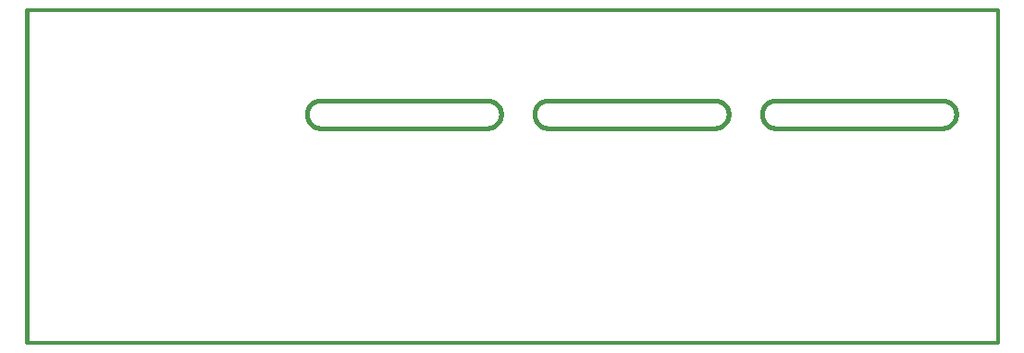
<source format=gbr>
G04 (created by PCBNEW-RS274X (20100406 SVN-R2508)-final) date 6/3/2010 10:00:35 PM*
G01*
G70*
G90*
%MOIN*%
G04 Gerber Fmt 3.4, Leading zero omitted, Abs format*
%FSLAX34Y34*%
G04 APERTURE LIST*
%ADD10C,0.006000*%
%ADD11C,0.012000*%
%ADD12C,0.015000*%
G04 APERTURE END LIST*
G54D10*
G54D11*
X56000Y-43250D02*
X21000Y-43250D01*
X56000Y-55250D02*
X56000Y-43250D01*
X21000Y-55250D02*
X56000Y-55250D01*
G54D12*
X54000Y-47500D02*
X54043Y-47498D01*
X54086Y-47492D01*
X54129Y-47482D01*
X54171Y-47469D01*
X54211Y-47453D01*
X54250Y-47433D01*
X54286Y-47409D01*
X54321Y-47383D01*
X54353Y-47353D01*
X54383Y-47321D01*
X54409Y-47286D01*
X54433Y-47249D01*
X54453Y-47211D01*
X54469Y-47171D01*
X54482Y-47129D01*
X54492Y-47086D01*
X54498Y-47043D01*
X54500Y-47000D01*
X21000Y-55200D02*
X21000Y-55000D01*
X54000Y-47500D02*
X48000Y-47500D01*
X31600Y-46500D02*
X31557Y-46502D01*
X31514Y-46508D01*
X31471Y-46518D01*
X31429Y-46531D01*
X31389Y-46547D01*
X31351Y-46567D01*
X31314Y-46591D01*
X31279Y-46617D01*
X31247Y-46647D01*
X31217Y-46679D01*
X31191Y-46714D01*
X31167Y-46751D01*
X31147Y-46789D01*
X31131Y-46829D01*
X31118Y-46871D01*
X31108Y-46914D01*
X31102Y-46957D01*
X31100Y-47000D01*
X31100Y-47000D02*
X31102Y-47043D01*
X31108Y-47086D01*
X31118Y-47129D01*
X31131Y-47171D01*
X31147Y-47211D01*
X31167Y-47249D01*
X31191Y-47286D01*
X31217Y-47321D01*
X31247Y-47353D01*
X31279Y-47383D01*
X31314Y-47409D01*
X31351Y-47433D01*
X31389Y-47453D01*
X31429Y-47469D01*
X31471Y-47482D01*
X31514Y-47492D01*
X31557Y-47498D01*
X31600Y-47500D01*
X37600Y-47500D02*
X37643Y-47498D01*
X37686Y-47492D01*
X37729Y-47482D01*
X37771Y-47469D01*
X37811Y-47453D01*
X37850Y-47433D01*
X37886Y-47409D01*
X37921Y-47383D01*
X37953Y-47353D01*
X37983Y-47321D01*
X38009Y-47286D01*
X38033Y-47249D01*
X38053Y-47211D01*
X38069Y-47171D01*
X38082Y-47129D01*
X38092Y-47086D01*
X38098Y-47043D01*
X38100Y-47000D01*
X38100Y-47000D02*
X38098Y-46957D01*
X38092Y-46914D01*
X38082Y-46871D01*
X38069Y-46829D01*
X38053Y-46789D01*
X38033Y-46751D01*
X38009Y-46714D01*
X37983Y-46679D01*
X37953Y-46647D01*
X37921Y-46617D01*
X37886Y-46591D01*
X37850Y-46567D01*
X37811Y-46547D01*
X37771Y-46531D01*
X37729Y-46518D01*
X37686Y-46508D01*
X37643Y-46502D01*
X37600Y-46500D01*
X39800Y-46500D02*
X39757Y-46502D01*
X39714Y-46508D01*
X39671Y-46518D01*
X39629Y-46531D01*
X39589Y-46547D01*
X39551Y-46567D01*
X39514Y-46591D01*
X39479Y-46617D01*
X39447Y-46647D01*
X39417Y-46679D01*
X39391Y-46714D01*
X39367Y-46751D01*
X39347Y-46789D01*
X39331Y-46829D01*
X39318Y-46871D01*
X39308Y-46914D01*
X39302Y-46957D01*
X39300Y-47000D01*
X39300Y-47000D02*
X39302Y-47043D01*
X39308Y-47086D01*
X39318Y-47129D01*
X39331Y-47171D01*
X39347Y-47211D01*
X39367Y-47249D01*
X39391Y-47286D01*
X39417Y-47321D01*
X39447Y-47353D01*
X39479Y-47383D01*
X39514Y-47409D01*
X39551Y-47433D01*
X39589Y-47453D01*
X39629Y-47469D01*
X39671Y-47482D01*
X39714Y-47492D01*
X39757Y-47498D01*
X39800Y-47500D01*
X45800Y-47500D02*
X45843Y-47498D01*
X45886Y-47492D01*
X45929Y-47482D01*
X45971Y-47469D01*
X46011Y-47453D01*
X46050Y-47433D01*
X46086Y-47409D01*
X46121Y-47383D01*
X46153Y-47353D01*
X46183Y-47321D01*
X46209Y-47286D01*
X46233Y-47249D01*
X46253Y-47211D01*
X46269Y-47171D01*
X46282Y-47129D01*
X46292Y-47086D01*
X46298Y-47043D01*
X46300Y-47000D01*
X46300Y-47000D02*
X46298Y-46957D01*
X46292Y-46914D01*
X46282Y-46871D01*
X46269Y-46829D01*
X46253Y-46789D01*
X46233Y-46751D01*
X46209Y-46714D01*
X46183Y-46679D01*
X46153Y-46647D01*
X46121Y-46617D01*
X46086Y-46591D01*
X46050Y-46567D01*
X46011Y-46547D01*
X45971Y-46531D01*
X45929Y-46518D01*
X45886Y-46508D01*
X45843Y-46502D01*
X45800Y-46500D01*
X48000Y-46500D02*
X47957Y-46502D01*
X47914Y-46508D01*
X47871Y-46518D01*
X47829Y-46531D01*
X47789Y-46547D01*
X47751Y-46567D01*
X47714Y-46591D01*
X47679Y-46617D01*
X47647Y-46647D01*
X47617Y-46679D01*
X47591Y-46714D01*
X47567Y-46751D01*
X47547Y-46789D01*
X47531Y-46829D01*
X47518Y-46871D01*
X47508Y-46914D01*
X47502Y-46957D01*
X47500Y-47000D01*
X47500Y-47000D02*
X47502Y-47043D01*
X47508Y-47086D01*
X47518Y-47129D01*
X47531Y-47171D01*
X47547Y-47211D01*
X47567Y-47249D01*
X47591Y-47286D01*
X47617Y-47321D01*
X47647Y-47353D01*
X47679Y-47383D01*
X47714Y-47409D01*
X47751Y-47433D01*
X47789Y-47453D01*
X47829Y-47469D01*
X47871Y-47482D01*
X47914Y-47492D01*
X47957Y-47498D01*
X48000Y-47500D01*
X54500Y-47000D02*
X54498Y-46957D01*
X54492Y-46914D01*
X54482Y-46871D01*
X54469Y-46829D01*
X54453Y-46789D01*
X54433Y-46751D01*
X54409Y-46714D01*
X54383Y-46679D01*
X54353Y-46647D01*
X54321Y-46617D01*
X54286Y-46591D01*
X54250Y-46567D01*
X54211Y-46547D01*
X54171Y-46531D01*
X54129Y-46518D01*
X54086Y-46508D01*
X54043Y-46502D01*
X54000Y-46500D01*
X31600Y-47500D02*
X37600Y-47500D01*
X37600Y-46500D02*
X31600Y-46500D01*
X39800Y-47500D02*
X45800Y-47500D01*
X45800Y-46500D02*
X39800Y-46500D01*
X54000Y-46500D02*
X48000Y-46500D01*
X21000Y-43250D02*
X21000Y-55000D01*
M02*

</source>
